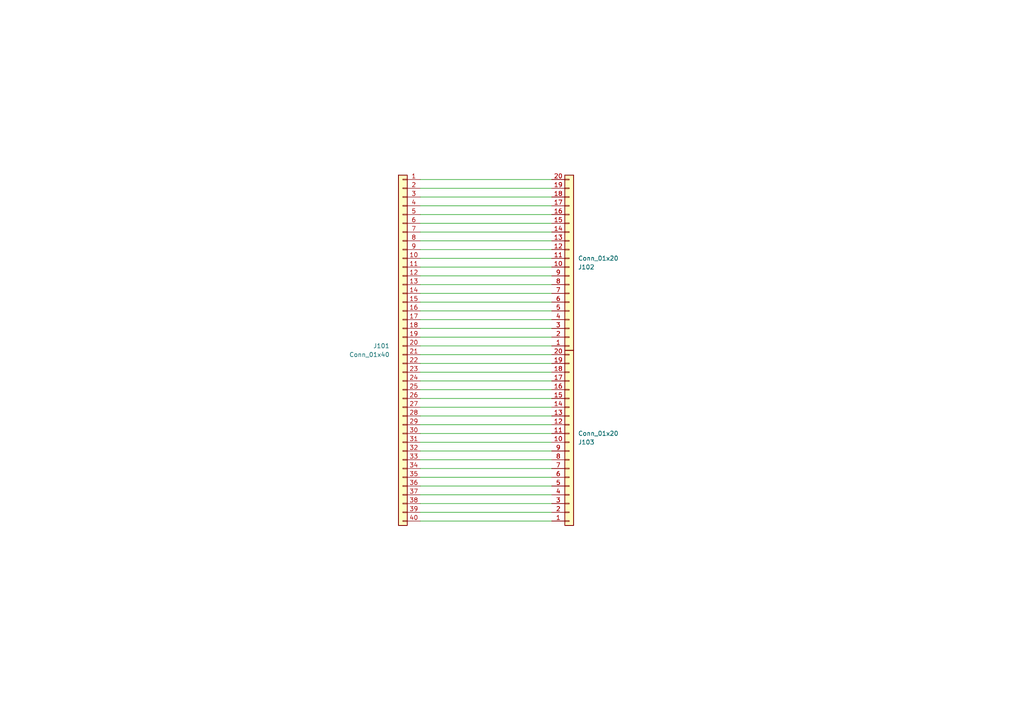
<source format=kicad_sch>
(kicad_sch (version 20250114) (generator "eeschema") (generator_version "9.0")
  (paper "A4")
  (lib_symbols
    (symbol "Connector_Generic:Conn_01x20" (pin_names (offset 1.016) (hide yes))
      (property "Reference" "J" (at 0 25.4 0))
      (property "Value" "Conn_01x20" (at 0 -27.94 0))
      (symbol "Conn_01x20_1_1"
        (rectangle (start -1.27 24.13) (end 1.27 -26.67) (stroke (width 0.254)) (fill (type background)))
        (rectangle (start -1.27 22.987) (end 0 22.733) (stroke (width 0.1524)))
        (rectangle (start -1.27 20.447) (end 0 20.193) (stroke (width 0.1524)))
        (rectangle (start -1.27 17.907) (end 0 17.653) (stroke (width 0.1524)))
        (rectangle (start -1.27 15.367) (end 0 15.113) (stroke (width 0.1524)))
        (rectangle (start -1.27 12.827) (end 0 12.573) (stroke (width 0.1524)))
        (rectangle (start -1.27 10.287) (end 0 10.033) (stroke (width 0.1524)))
        (rectangle (start -1.27 7.747) (end 0 7.493) (stroke (width 0.1524)))
        (rectangle (start -1.27 5.207) (end 0 4.953) (stroke (width 0.1524)))
        (rectangle (start -1.27 2.667) (end 0 2.413) (stroke (width 0.1524)))
        (rectangle (start -1.27 0.127) (end 0 -0.127) (stroke (width 0.1524)))
        (rectangle (start -1.27 -2.413) (end 0 -2.667) (stroke (width 0.1524)))
        (rectangle (start -1.27 -4.953) (end 0 -5.207) (stroke (width 0.1524)))
        (rectangle (start -1.27 -7.493) (end 0 -7.747) (stroke (width 0.1524)))
        (rectangle (start -1.27 -10.033) (end 0 -10.287) (stroke (width 0.1524)))
        (rectangle (start -1.27 -12.573) (end 0 -12.827) (stroke (width 0.1524)))
        (rectangle (start -1.27 -15.113) (end 0 -15.367) (stroke (width 0.1524)))
        (rectangle (start -1.27 -17.653) (end 0 -17.907) (stroke (width 0.1524)))
        (rectangle (start -1.27 -20.193) (end 0 -20.447) (stroke (width 0.1524)))
        (rectangle (start -1.27 -22.733) (end 0 -22.987) (stroke (width 0.1524)))
        (rectangle (start -1.27 -25.273) (end 0 -25.527) (stroke (width 0.1524)))
        (pin passive line (at -5.08 22.86 0) (length 3.81) (name "Pin_1") (number "1"))
        (pin passive line (at -5.08 20.32 0) (length 3.81) (name "Pin_2") (number "2"))
        (pin passive line (at -5.08 17.78 0) (length 3.81) (name "Pin_3") (number "3"))
        (pin passive line (at -5.08 15.24 0) (length 3.81) (name "Pin_4") (number "4"))
        (pin passive line (at -5.08 12.7 0) (length 3.81) (name "Pin_5") (number "5"))
        (pin passive line (at -5.08 10.16 0) (length 3.81) (name "Pin_6") (number "6"))
        (pin passive line (at -5.08 7.62 0) (length 3.81) (name "Pin_7") (number "7"))
        (pin passive line (at -5.08 5.08 0) (length 3.81) (name "Pin_8") (number "8"))
        (pin passive line (at -5.08 2.54 0) (length 3.81) (name "Pin_9") (number "9"))
        (pin passive line (at -5.08 0 0) (length 3.81) (name "Pin_10") (number "10"))
        (pin passive line (at -5.08 -2.54 0) (length 3.81) (name "Pin_11") (number "11"))
        (pin passive line (at -5.08 -5.08 0) (length 3.81) (name "Pin_12") (number "12"))
        (pin passive line (at -5.08 -7.62 0) (length 3.81) (name "Pin_13") (number "13"))
        (pin passive line (at -5.08 -10.16 0) (length 3.81) (name "Pin_14") (number "14"))
        (pin passive line (at -5.08 -12.7 0) (length 3.81) (name "Pin_15") (number "15"))
        (pin passive line (at -5.08 -15.24 0) (length 3.81) (name "Pin_16") (number "16"))
        (pin passive line (at -5.08 -17.78 0) (length 3.81) (name "Pin_17") (number "17"))
        (pin passive line (at -5.08 -20.32 0) (length 3.81) (name "Pin_18") (number "18"))
        (pin passive line (at -5.08 -22.86 0) (length 3.81) (name "Pin_19") (number "19"))
        (pin passive line (at -5.08 -25.4 0) (length 3.81) (name "Pin_20") (number "20"))
      )
    )
    (symbol "Connector_Generic:Conn_01x40" (pin_names (offset 1.016) (hide yes))
      (property "Reference" "J" (at 0 50.8 0))
      (property "Value" "Conn_01x40" (at 0 -53.34 0))
      (symbol "Conn_01x40_1_1"
        (rectangle (start -1.27 49.53) (end 1.27 -52.07) (stroke (width 0.254)) (fill (type background)))
        (rectangle (start -1.27 48.387) (end 0 48.133) (stroke (width 0.1524)))
        (rectangle (start -1.27 45.847) (end 0 45.593) (stroke (width 0.1524)))
        (rectangle (start -1.27 43.307) (end 0 43.053) (stroke (width 0.1524)))
        (rectangle (start -1.27 40.767) (end 0 40.513) (stroke (width 0.1524)))
        (rectangle (start -1.27 38.227) (end 0 37.973) (stroke (width 0.1524)))
        (rectangle (start -1.27 35.687) (end 0 35.433) (stroke (width 0.1524)))
        (rectangle (start -1.27 33.147) (end 0 32.893) (stroke (width 0.1524)))
        (rectangle (start -1.27 30.607) (end 0 30.353) (stroke (width 0.1524)))
        (rectangle (start -1.27 28.067) (end 0 27.813) (stroke (width 0.1524)))
        (rectangle (start -1.27 25.527) (end 0 25.273) (stroke (width 0.1524)))
        (rectangle (start -1.27 22.987) (end 0 22.733) (stroke (width 0.1524)))
        (rectangle (start -1.27 20.447) (end 0 20.193) (stroke (width 0.1524)))
        (rectangle (start -1.27 17.907) (end 0 17.653) (stroke (width 0.1524)))
        (rectangle (start -1.27 15.367) (end 0 15.113) (stroke (width 0.1524)))
        (rectangle (start -1.27 12.827) (end 0 12.573) (stroke (width 0.1524)))
        (rectangle (start -1.27 10.287) (end 0 10.033) (stroke (width 0.1524)))
        (rectangle (start -1.27 7.747) (end 0 7.493) (stroke (width 0.1524)))
        (rectangle (start -1.27 5.207) (end 0 4.953) (stroke (width 0.1524)))
        (rectangle (start -1.27 2.667) (end 0 2.413) (stroke (width 0.1524)))
        (rectangle (start -1.27 0.127) (end 0 -0.127) (stroke (width 0.1524)))
        (rectangle (start -1.27 -2.413) (end 0 -2.667) (stroke (width 0.1524)))
        (rectangle (start -1.27 -4.953) (end 0 -5.207) (stroke (width 0.1524)))
        (rectangle (start -1.27 -7.493) (end 0 -7.747) (stroke (width 0.1524)))
        (rectangle (start -1.27 -10.033) (end 0 -10.287) (stroke (width 0.1524)))
        (rectangle (start -1.27 -12.573) (end 0 -12.827) (stroke (width 0.1524)))
        (rectangle (start -1.27 -15.113) (end 0 -15.367) (stroke (width 0.1524)))
        (rectangle (start -1.27 -17.653) (end 0 -17.907) (stroke (width 0.1524)))
        (rectangle (start -1.27 -20.193) (end 0 -20.447) (stroke (width 0.1524)))
        (rectangle (start -1.27 -22.733) (end 0 -22.987) (stroke (width 0.1524)))
        (rectangle (start -1.27 -25.273) (end 0 -25.527) (stroke (width 0.1524)))
        (rectangle (start -1.27 -27.813) (end 0 -28.067) (stroke (width 0.1524)))
        (rectangle (start -1.27 -30.353) (end 0 -30.607) (stroke (width 0.1524)))
        (rectangle (start -1.27 -32.893) (end 0 -33.147) (stroke (width 0.1524)))
        (rectangle (start -1.27 -35.433) (end 0 -35.687) (stroke (width 0.1524)))
        (rectangle (start -1.27 -37.973) (end 0 -38.227) (stroke (width 0.1524)))
        (rectangle (start -1.27 -40.513) (end 0 -40.767) (stroke (width 0.1524)))
        (rectangle (start -1.27 -43.053) (end 0 -43.307) (stroke (width 0.1524)))
        (rectangle (start -1.27 -45.593) (end 0 -45.847) (stroke (width 0.1524)))
        (rectangle (start -1.27 -48.133) (end 0 -48.387) (stroke (width 0.1524)))
        (rectangle (start -1.27 -50.673) (end 0 -50.927) (stroke (width 0.1524)))
        (pin passive line (at -5.08 48.26 0) (length 3.81) (name "Pin_1") (number "1"))
        (pin passive line (at -5.08 45.72 0) (length 3.81) (name "Pin_2") (number "2"))
        (pin passive line (at -5.08 43.18 0) (length 3.81) (name "Pin_3") (number "3"))
        (pin passive line (at -5.08 40.64 0) (length 3.81) (name "Pin_4") (number "4"))
        (pin passive line (at -5.08 38.1 0) (length 3.81) (name "Pin_5") (number "5"))
        (pin passive line (at -5.08 35.56 0) (length 3.81) (name "Pin_6") (number "6"))
        (pin passive line (at -5.08 33.02 0) (length 3.81) (name "Pin_7") (number "7"))
        (pin passive line (at -5.08 30.48 0) (length 3.81) (name "Pin_8") (number "8"))
        (pin passive line (at -5.08 27.94 0) (length 3.81) (name "Pin_9") (number "9"))
        (pin passive line (at -5.08 25.4 0) (length 3.81) (name "Pin_10") (number "10"))
        (pin passive line (at -5.08 22.86 0) (length 3.81) (name "Pin_11") (number "11"))
        (pin passive line (at -5.08 20.32 0) (length 3.81) (name "Pin_12") (number "12"))
        (pin passive line (at -5.08 17.78 0) (length 3.81) (name "Pin_13") (number "13"))
        (pin passive line (at -5.08 15.24 0) (length 3.81) (name "Pin_14") (number "14"))
        (pin passive line (at -5.08 12.7 0) (length 3.81) (name "Pin_15") (number "15"))
        (pin passive line (at -5.08 10.16 0) (length 3.81) (name "Pin_16") (number "16"))
        (pin passive line (at -5.08 7.62 0) (length 3.81) (name "Pin_17") (number "17"))
        (pin passive line (at -5.08 5.08 0) (length 3.81) (name "Pin_18") (number "18"))
        (pin passive line (at -5.08 2.54 0) (length 3.81) (name "Pin_19") (number "19"))
        (pin passive line (at -5.08 0 0) (length 3.81) (name "Pin_20") (number "20"))
        (pin passive line (at -5.08 -2.54 0) (length 3.81) (name "Pin_21") (number "21"))
        (pin passive line (at -5.08 -5.08 0) (length 3.81) (name "Pin_22") (number "22"))
        (pin passive line (at -5.08 -7.62 0) (length 3.81) (name "Pin_23") (number "23"))
        (pin passive line (at -5.08 -10.16 0) (length 3.81) (name "Pin_24") (number "24"))
        (pin passive line (at -5.08 -12.7 0) (length 3.81) (name "Pin_25") (number "25"))
        (pin passive line (at -5.08 -15.24 0) (length 3.81) (name "Pin_26") (number "26"))
        (pin passive line (at -5.08 -17.78 0) (length 3.81) (name "Pin_27") (number "27"))
        (pin passive line (at -5.08 -20.32 0) (length 3.81) (name "Pin_28") (number "28"))
        (pin passive line (at -5.08 -22.86 0) (length 3.81) (name "Pin_29") (number "29"))
        (pin passive line (at -5.08 -25.4 0) (length 3.81) (name "Pin_30") (number "30"))
        (pin passive line (at -5.08 -27.94 0) (length 3.81) (name "Pin_31") (number "31"))
        (pin passive line (at -5.08 -30.48 0) (length 3.81) (name "Pin_32") (number "32"))
        (pin passive line (at -5.08 -33.02 0) (length 3.81) (name "Pin_33") (number "33"))
        (pin passive line (at -5.08 -35.56 0) (length 3.81) (name "Pin_34") (number "34"))
        (pin passive line (at -5.08 -38.1 0) (length 3.81) (name "Pin_35") (number "35"))
        (pin passive line (at -5.08 -40.64 0) (length 3.81) (name "Pin_36") (number "36"))
        (pin passive line (at -5.08 -43.18 0) (length 3.81) (name "Pin_37") (number "37"))
        (pin passive line (at -5.08 -45.72 0) (length 3.81) (name "Pin_38") (number "38"))
        (pin passive line (at -5.08 -48.26 0) (length 3.81) (name "Pin_39") (number "39"))
        (pin passive line (at -5.08 -50.8 0) (length 3.81) (name "Pin_40") (number "40"))
      )
    )
  )
  (wire (pts (xy 160.02 85.09) (xy 121.92 85.09)))
  (wire (pts (xy 160.02 130.81) (xy 121.92 130.81)))
  (wire (pts (xy 160.02 143.51) (xy 121.92 143.51)))
  (wire (pts (xy 160.02 133.35) (xy 121.92 133.35)))
  (wire (pts (xy 160.02 67.31) (xy 121.92 67.31)))
  (wire (pts (xy 160.02 69.85) (xy 121.92 69.85)))
  (wire (pts (xy 160.02 123.19) (xy 121.92 123.19)))
  (wire (pts (xy 160.02 146.05) (xy 121.92 146.05)))
  (wire (pts (xy 160.02 59.69) (xy 121.92 59.69)))
  (wire (pts (xy 160.02 95.25) (xy 121.92 95.25)))
  (wire (pts (xy 160.02 135.89) (xy 121.92 135.89)))
  (wire (pts (xy 160.02 62.23) (xy 121.92 62.23)))
  (wire (pts (xy 160.02 151.13) (xy 121.92 151.13)))
  (wire (pts (xy 160.02 64.77) (xy 121.92 64.77)))
  (wire (pts (xy 160.02 113.03) (xy 121.92 113.03)))
  (wire (pts (xy 160.02 138.43) (xy 121.92 138.43)))
  (wire (pts (xy 160.02 57.15) (xy 121.92 57.15)))
  (wire (pts (xy 160.02 72.39) (xy 121.92 72.39)))
  (wire (pts (xy 160.02 120.65) (xy 121.92 120.65)))
  (wire (pts (xy 160.02 97.79) (xy 121.92 97.79)))
  (wire (pts (xy 160.02 125.73) (xy 121.92 125.73)))
  (wire (pts (xy 160.02 118.11) (xy 121.92 118.11)))
  (wire (pts (xy 160.02 80.01) (xy 121.92 80.01)))
  (wire (pts (xy 160.02 102.87) (xy 121.92 102.87)))
  (wire (pts (xy 160.02 92.71) (xy 121.92 92.71)))
  (wire (pts (xy 160.02 115.57) (xy 121.92 115.57)))
  (wire (pts (xy 160.02 148.59) (xy 121.92 148.59)))
  (wire (pts (xy 160.02 82.55) (xy 121.92 82.55)))
  (wire (pts (xy 160.02 90.17) (xy 121.92 90.17)))
  (wire (pts (xy 160.02 140.97) (xy 121.92 140.97)))
  (wire (pts (xy 160.02 54.61) (xy 121.92 54.61)))
  (wire (pts (xy 160.02 87.63) (xy 121.92 87.63)))
  (wire (pts (xy 160.02 74.93) (xy 121.92 74.93)))
  (wire (pts (xy 160.02 77.47) (xy 121.92 77.47)))
  (wire (pts (xy 160.02 110.49) (xy 121.92 110.49)))
  (wire (pts (xy 160.02 52.07) (xy 121.92 52.07)))
  (wire (pts (xy 160.02 105.41) (xy 121.92 105.41)))
  (wire (pts (xy 160.02 107.95) (xy 121.92 107.95)))
  (wire (pts (xy 160.02 128.27) (xy 121.92 128.27)))
  (wire (pts (xy 160.02 100.33) (xy 121.92 100.33)))
  (symbol (lib_id "Connector_Generic:Conn_01x20") (at 165.1 128.27 0) (mirror x) (unit 1)
    (property "Reference" "J103" (at 167.64 128.2701 0) (effects (justify left)))
    (property "Value" "Conn_01x20" (at 167.64 125.7301 0) (effects (justify left)))
    (property "Footprint" "Connector_PinHeader_2.54mm:PinHeader_1x20_P2.54mm_Vertical" (effects (hide yes)))
    (property "Description" "Generic connector, single row, 01x20, script generated (kicad-library-utils/schlib/autogen/connector/)" (effects (hide yes)))
  )
  (symbol (lib_id "Connector_Generic:Conn_01x20") (at 165.1 77.47 0) (mirror x) (unit 1)
    (property "Reference" "J102" (at 167.64 77.4701 0) (effects (justify left)))
    (property "Value" "Conn_01x20" (at 167.64 74.9301 0) (effects (justify left)))
    (property "Footprint" "Connector_PinHeader_2.54mm:PinHeader_1x20_P2.54mm_Vertical" (effects (hide yes)))
    (property "Description" "Generic connector, single row, 01x20, script generated (kicad-library-utils/schlib/autogen/connector/)" (effects (hide yes)))
  )
  (symbol (lib_id "Connector_Generic:Conn_01x40") (at 116.84 100.33 0) (mirror y) (unit 1)
    (property "Reference" "J101" (at 113.03 100.3299 0) (effects (justify left)))
    (property "Value" "Conn_01x40" (at 113.03 102.8699 0) (effects (justify left)))
    (property "Footprint" "Connector_FFC-FPC:Amphenol_F32R-1A7x1-11040_1x40-1MP_P0.5mm_Horizontal" (effects (hide yes)))
    (property "Description" "Generic connector, single row, 01x40, script generated (kicad-library-utils/schlib/autogen/connector/)" (effects (hide yes)))
  )
)
</source>
